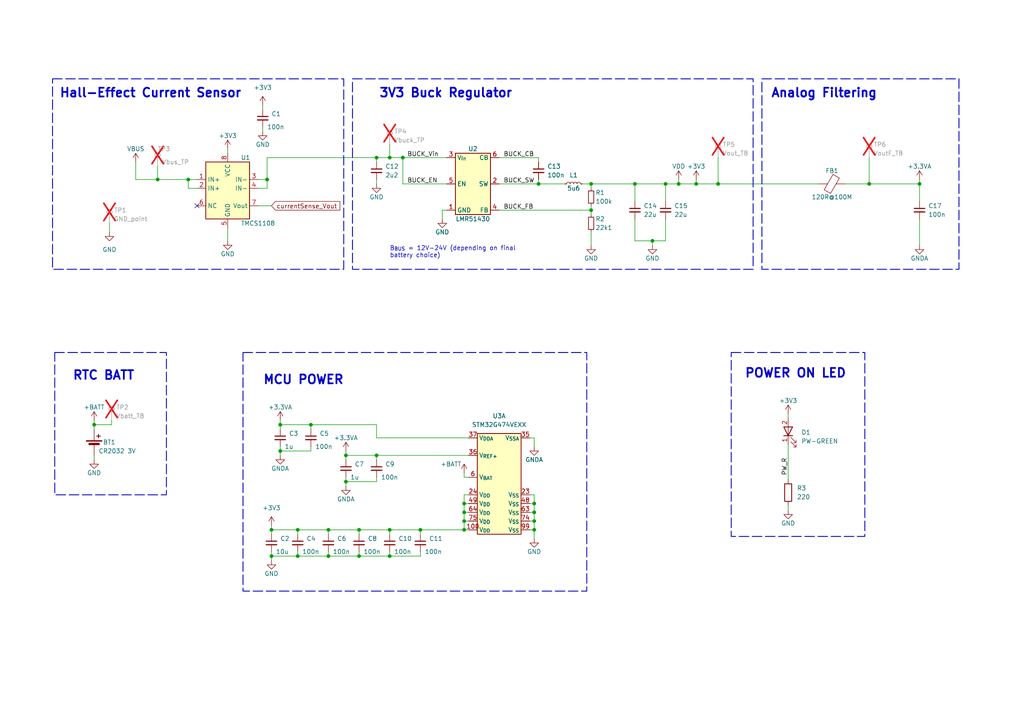
<source format=kicad_sch>
(kicad_sch (version 20231120) (generator "eeschema") (generator_version "8.0")
  (paper "A4")
  (title_block (title "Power - Daughter Board") (date "2023-12-08") (rev "1") (company "NYU FSAE") (comment 1 "Andres Bravo"))
  (lib_symbols
    (symbol "Connector:TestPoint" (pin_numbers hide) (pin_names (offset 0.762) hide)
      (property "Reference" "TP" (at 0 6.858 0))
      (property "Value" "TestPoint" (at 0 5.08 0))
      (symbol "TestPoint_0_1"
        (circle (center 0 3.302) (radius 0.762))
      )
      (symbol "TestPoint_1_1"
        (pin passive line (at 0 0 90) (length 2.54) (name "1") (number "1"))
      )
    )
    (symbol "Device:Battery_Cell" (pin_numbers hide) (pin_names (offset 0) hide)
      (property "Reference" "BT" (at 2.54 2.54 0))
      (property "Value" "Battery_Cell" (at 2.54 0 0))
      (symbol "Battery_Cell_0_1"
        (rectangle (start -2.286 1.778) (end 2.286 1.524) (fill (type outline)))
        (rectangle (start -1.524 1.016) (end 1.524 0.508) (fill (type outline)))
        (polyline (pts (xy 0 0.762) (xy 0 0)))
        (polyline (pts (xy 0 1.778) (xy 0 2.54)))
        (polyline (pts (xy 0.762 3.048) (xy 1.778 3.048)) (stroke (width 0.254)))
        (polyline (pts (xy 1.27 3.556) (xy 1.27 2.54)) (stroke (width 0.254)))
      )
      (symbol "Battery_Cell_1_1"
        (pin passive line (at 0 5.08 270) (length 2.54) (name "+") (number "1"))
        (pin passive line (at 0 -2.54 90) (length 2.54) (name "-") (number "2"))
      )
    )
    (symbol "Device:C_Small" (pin_numbers hide) (pin_names (offset 0.254) hide)
      (property "Reference" "C" (at 0.254 1.778 0))
      (property "Value" "C_Small" (at 0.254 -2.032 0))
      (symbol "C_Small_0_1"
        (polyline (pts (xy -1.524 -0.508) (xy 1.524 -0.508)) (stroke (width 0.3302)))
        (polyline (pts (xy -1.524 0.508) (xy 1.524 0.508)) (stroke (width 0.3048)))
      )
      (symbol "C_Small_1_1"
        (pin passive line (at 0 2.54 270) (length 2.032) (name "~") (number "1"))
        (pin passive line (at 0 -2.54 90) (length 2.032) (name "~") (number "2"))
      )
    )
    (symbol "Device:FerriteBead" (pin_numbers hide) (pin_names (offset 0))
      (property "Reference" "FB" (at -3.81 0.635 90))
      (property "Value" "FerriteBead" (at 3.81 0 90))
      (symbol "FerriteBead_0_1"
        (polyline (pts (xy 0 -1.27) (xy 0 -1.2192)))
        (polyline (pts (xy 0 1.27) (xy 0 1.2954)))
        (polyline (pts (xy -2.7686 0.4064) (xy -1.7018 2.2606) (xy 2.7686 -0.3048) (xy 1.6764 -2.159) (xy -2.7686 0.4064)))
      )
      (symbol "FerriteBead_1_1"
        (pin passive line (at 0 3.81 270) (length 2.54) (name "~") (number "1"))
        (pin passive line (at 0 -3.81 90) (length 2.54) (name "~") (number "2"))
      )
    )
    (symbol "Device:LED" (pin_names (offset 1.016) hide)
      (property "Reference" "D" (at 0 2.54 0))
      (property "Value" "LED" (at 0 -2.54 0))
      (symbol "LED_0_1"
        (polyline (pts (xy -1.27 -1.27) (xy -1.27 1.27)) (stroke (width 0.254)))
        (polyline (pts (xy -1.27 0) (xy 1.27 0)))
        (polyline (pts (xy 1.27 -1.27) (xy 1.27 1.27) (xy -1.27 0) (xy 1.27 -1.27)) (stroke (width 0.254)))
        (polyline (pts (xy -3.048 -0.762) (xy -4.572 -2.286) (xy -3.81 -2.286) (xy -4.572 -2.286) (xy -4.572 -1.524)))
        (polyline (pts (xy -1.778 -0.762) (xy -3.302 -2.286) (xy -2.54 -2.286) (xy -3.302 -2.286) (xy -3.302 -1.524)))
      )
      (symbol "LED_1_1"
        (pin passive line (at -3.81 0 0) (length 2.54) (name "K") (number "1"))
        (pin passive line (at 3.81 0 180) (length 2.54) (name "A") (number "2"))
      )
    )
    (symbol "Device:L_Small" (pin_numbers hide) (pin_names (offset 0.254) hide)
      (property "Reference" "L" (at 0.762 1.016 0))
      (property "Value" "L_Small" (at 0.762 -1.016 0))
      (symbol "L_Small_0_1"
        (arc (start 0 -2.032) (mid 0.5058 -1.524) (end 0 -1.016))
        (arc (start 0 -1.016) (mid 0.5058 -0.508) (end 0 0))
        (arc (start 0 0) (mid 0.5058 0.508) (end 0 1.016))
        (arc (start 0 1.016) (mid 0.5058 1.524) (end 0 2.032))
      )
      (symbol "L_Small_1_1"
        (pin passive line (at 0 2.54 270) (length 0.508) (name "~") (number "1"))
        (pin passive line (at 0 -2.54 90) (length 0.508) (name "~") (number "2"))
      )
    )
    (symbol "Device:R" (pin_numbers hide) (pin_names (offset 0))
      (property "Reference" "R" (at 2.032 0 90))
      (property "Value" "R" (at 0 0 90))
      (symbol "R_0_1"
        (rectangle (start -1.016 -2.54) (end 1.016 2.54) (stroke (width 0.254)))
      )
      (symbol "R_1_1"
        (pin passive line (at 0 3.81 270) (length 1.27) (name "~") (number "1"))
        (pin passive line (at 0 -3.81 90) (length 1.27) (name "~") (number "2"))
      )
    )
    (symbol "Device:R_Small" (pin_numbers hide) (pin_names (offset 0.254) hide)
      (property "Reference" "R" (at 0.762 0.508 0))
      (property "Value" "R_Small" (at 0.762 -1.016 0))
      (symbol "R_Small_0_1"
        (rectangle (start -0.762 1.778) (end 0.762 -1.778) (stroke (width 0.2032)))
      )
      (symbol "R_Small_1_1"
        (pin passive line (at 0 2.54 270) (length 0.762) (name "~") (number "1"))
        (pin passive line (at 0 -2.54 90) (length 0.762) (name "~") (number "2"))
      )
    )
    (symbol "TMCS1108_1"
      (property "Reference" "U" (at 3.81 11.43 0))
      (property "Value" "TMCS1108" (at 6.35 -7.62 0))
      (symbol "TMCS1108_1_1_1"
        (rectangle (start -6.35 10.16) (end 6.35 -6.35) (stroke (width 0.254)) (fill (type background)))
        (pin input line (at -8.89 5.08 0) (length 2.54) (name "IN+") (number "1"))
        (pin input line (at -8.89 2.54 0) (length 2.54) (name "IN+") (number "2"))
        (pin input line (at 8.89 5.08 180) (length 2.54) (name "IN-") (number "3"))
        (pin input line (at 8.89 2.54 180) (length 2.54) (name "IN-") (number "4"))
        (pin input line (at 0 -8.89 90) (length 2.54) (name "GND") (number "5"))
        (pin input line (at -8.89 -2.54 0) (length 2.54) (name "NC") (number "6"))
        (pin input line (at 8.89 -2.54 180) (length 2.54) (name "Vout") (number "7"))
        (pin input line (at 0 12.7 270) (length 2.54) (name "VCC") (number "8"))
      )
    )
    (symbol "additional_lib:LMR51430"
      (property "Reference" "U" (at 0 10.16 0))
      (property "Value" "LMR51430" (at 0 -10.16 0))
      (symbol "LMR51430_1_1"
        (rectangle (start -5.08 8.89) (end 5.08 -8.89) (stroke (width 0.254)) (fill (type background)))
        (pin input line (at -7.62 -7.62 0) (length 2.54) (name "GND") (number "1"))
        (pin input line (at 7.62 0 180) (length 2.54) (name "SW") (number "2"))
        (pin input line (at -7.62 7.62 0) (length 2.54) (name "V_{in}") (number "3"))
        (pin input line (at 7.62 -7.62 180) (length 2.54) (name "FB") (number "4"))
        (pin input line (at -7.62 0 0) (length 2.54) (name "EN") (number "5"))
        (pin input line (at 7.62 7.62 180) (length 2.54) (name "CB") (number "6"))
      )
    )
    (symbol "additional_lib:STM32G474VEXX"
      (property "Reference" "U" (at 0 64.77 0))
      (property "Value" "STM32G474VEXX" (at 0 -64.77 0))
      (symbol "STM32G474VEXX_1_1"
        (rectangle (start -6.35 16.51) (end 6.35 -12.7) (stroke (width 0.254)) (fill (type background)))
        (pin power_in line (at -8.89 -11.43 0) (length 2.54) (name "V_{DD}") (number "100"))
        (pin power_in line (at 8.89 -1.27 180) (length 2.54) (name "V_{SS}") (number "23"))
        (pin power_in line (at -8.89 -1.27 0) (length 2.54) (name "V_{DD}") (number "24"))
        (pin power_in line (at 8.89 15.24 180) (length 2.54) (name "V_{SSA}") (number "35"))
        (pin power_in line (at -8.89 10.16 0) (length 2.54) (name "V_{REF+}") (number "36"))
        (pin power_in line (at -8.89 15.24 0) (length 2.54) (name "V_{DDA}") (number "37"))
        (pin power_in line (at 8.89 -3.81 180) (length 2.54) (name "V_{SS}") (number "48"))
        (pin power_in line (at -8.89 -3.81 0) (length 2.54) (name "V_{DD}") (number "49"))
        (pin power_in line (at -8.89 3.81 0) (length 2.54) (name "V_{BAT}") (number "6"))
        (pin power_in line (at 8.89 -6.35 180) (length 2.54) (name "V_{SS}") (number "63"))
        (pin power_in line (at -8.89 -6.35 0) (length 2.54) (name "V_{DD}") (number "64"))
        (pin power_in line (at 8.89 -8.89 180) (length 2.54) (name "V_{SS}") (number "74"))
        (pin power_in line (at -8.89 -8.89 0) (length 2.54) (name "V_{DD}") (number "75"))
        (pin power_in line (at 8.89 -11.43 180) (length 2.54) (name "V_{SS}") (number "99"))
      )
      (symbol "STM32G474VEXX_2_1"
        (rectangle (start -17.78 63.5) (end 17.78 -62.23) (stroke (width 0.254)) (fill (type background)))
        (pin power_in line (at 20.32 15.24 180) (length 2.54) (name "PE2") (number "1"))
        (pin bidirectional line (at -20.32 29.21 0) (length 2.54) (name "PF9") (number "10"))
        (pin bidirectional line (at -20.32 26.67 0) (length 2.54) (name "PF10") (number "11"))
        (pin bidirectional line (at -20.32 59.69 0) (length 2.54) (name "PF0-OSC_IN") (number "12"))
        (pin bidirectional line (at -20.32 57.15 0) (length 2.54) (name "PF1-OSC_OUT") (number "13"))
        (pin bidirectional line (at -20.32 36.83 0) (length 2.54) (name "PG10-NRST") (number "14"))
        (pin power_in line (at 20.32 59.69 180) (length 2.54) (name "PC0") (number "15"))
        (pin power_in line (at 20.32 57.15 180) (length 2.54) (name "PC1") (number "16"))
        (pin power_in line (at 20.32 54.61 180) (length 2.54) (name "PC2") (number "17"))
        (pin power_in line (at 20.32 52.07 180) (length 2.54) (name "PC3") (number "18"))
        (pin bidirectional line (at -20.32 31.75 0) (length 2.54) (name "PF2") (number "19"))
        (pin power_in line (at 20.32 12.7 180) (length 2.54) (name "PE3") (number "2"))
        (pin power_in line (at -20.32 20.32 0) (length 2.54) (name "PA0") (number "20"))
        (pin bidirectional line (at -20.32 17.78 0) (length 2.54) (name "PA1") (number "21"))
        (pin bidirectional line (at -20.32 15.24 0) (length 2.54) (name "PA2") (number "22"))
        (pin bidirectional line (at -20.32 12.7 0) (length 2.54) (name "PA3") (number "25"))
        (pin bidirectional line (at -20.32 10.16 0) (length 2.54) (name "PA4") (number "26"))
        (pin bidirectional line (at -20.32 7.62 0) (length 2.54) (name "PA5") (number "27"))
        (pin bidirectional line (at -20.32 5.08 0) (length 2.54) (name "PA6") (number "28"))
        (pin bidirectional line (at -20.32 2.54 0) (length 2.54) (name "PA7") (number "29"))
        (pin power_in line (at 20.32 10.16 180) (length 2.54) (name "PE4") (number "3"))
        (pin power_in line (at 20.32 49.53 180) (length 2.54) (name "PC4") (number "30"))
        (pin power_in line (at 20.32 46.99 180) (length 2.54) (name "PC5") (number "31"))
        (pin bidirectional line (at -20.32 -22.86 0) (length 2.54) (name "PB0") (number "32"))
        (pin bidirectional line (at -20.32 -25.4 0) (length 2.54) (name "PB1") (number "33"))
        (pin bidirectional line (at -20.32 -27.94 0) (length 2.54) (name "PB2") (number "34"))
        (pin power_in line (at 20.32 2.54 180) (length 2.54) (name "PE7") (number "38"))
        (pin power_in line (at 20.32 0 180) (length 2.54) (name "PE8") (number "39"))
        (pin power_in line (at 20.32 7.62 180) (length 2.54) (name "PE5") (number "4"))
        (pin power_in line (at 20.32 -2.54 180) (length 2.54) (name "PE9") (number "40"))
        (pin power_in line (at 20.32 -5.08 180) (length 2.54) (name "PE10") (number "41"))
        (pin power_in line (at 20.32 -7.62 180) (length 2.54) (name "PE11") (number "42"))
        (pin power_in line (at 20.32 -10.16 180) (length 2.54) (name "PE12") (number "43"))
        (pin power_in line (at 20.3185 -12.7045 180) (length 2.54) (name "PE13") (number "44"))
        (pin power_in line (at 20.32 -15.24 180) (length 2.54) (name "PE14") (number "45"))
        (pin power_in line (at 20.32 -17.78 180) (length 2.54) (name "PE15") (number "46"))
        (pin bidirectional line (at -20.32 -45.72 0) (length 2.54) (name "PB10") (number "47"))
        (pin power_in line (at 20.32 5.08 180) (length 2.54) (name "PE6") (number "5"))
        (pin bidirectional line (at -20.32 -48.26 0) (length 2.54) (name "PB11") (number "50"))
        (pin bidirectional line (at -20.32 -50.8 0) (length 2.54) (name "PB12") (number "51"))
        (pin bidirectional line (at -20.32 -53.34 0) (length 2.54) (name "PB13") (number "52"))
        (pin bidirectional line (at -20.32 -55.88 0) (length 2.54) (name "PB14") (number "53"))
        (pin bidirectional line (at -20.32 -58.42 0) (length 2.54) (name "PB15") (number "54"))
        (pin bidirectional line (at 20.32 -43.18 180) (length 2.54) (name "PD8") (number "55"))
        (pin bidirectional line (at 20.32 -45.72 180) (length 2.54) (name "PD9") (number "56"))
        (pin bidirectional line (at 20.32 -48.26 180) (length 2.54) (name "PD10") (number "57"))
        (pin bidirectional line (at 20.32 -50.8 180) (length 2.54) (name "PD11") (number "58"))
        (pin bidirectional line (at 20.32 -53.34 180) (length 2.54) (name "PD12") (number "59"))
        (pin bidirectional line (at 20.32 -55.88 180) (length 2.54) (name "PD13") (number "60"))
        (pin bidirectional line (at 20.32 -58.42 180) (length 2.54) (name "PD14") (number "61"))
        (pin bidirectional line (at 20.32 -60.96 180) (length 2.54) (name "PD15") (number "62"))
        (pin power_in line (at 20.32 44.45 180) (length 2.54) (name "PC6") (number "65"))
        (pin power_in line (at 20.32 41.91 180) (length 2.54) (name "PC7") (number "66"))
        (pin power_in line (at 20.32 39.37 180) (length 2.54) (name "PC8") (number "67"))
        (pin power_in line (at 20.32 36.83 180) (length 2.54) (name "PC9") (number "68"))
        (pin bidirectional line (at -20.32 0 0) (length 2.54) (name "PA8") (number "69"))
        (pin power_in line (at 20.32 26.67 180) (length 2.54) (name "PC13") (number "7"))
        (pin bidirectional line (at -20.32 -2.54 0) (length 2.54) (name "PA9") (number "70"))
        (pin bidirectional line (at -20.32 -5.08 0) (length 2.54) (name "PA10") (number "71"))
        (pin bidirectional line (at -20.32 -7.62 0) (length 2.54) (name "PA11") (number "72"))
        (pin bidirectional line (at -20.32 -10.16 0) (length 2.54) (name "PA12") (number "73"))
        (pin bidirectional line (at -20.32 -12.7 0) (length 2.54) (name "PA13") (number "76"))
        (pin bidirectional line (at -20.32 -15.24 0) (length 2.54) (name "PA14") (number "77"))
        (pin bidirectional line (at -20.32 -17.78 0) (length 2.54) (name "PA15") (number "78"))
        (pin power_in line (at 20.32 34.29 180) (length 2.54) (name "PC10") (number "79"))
        (pin power_in line (at -20.32 46.99 0) (length 2.54) (name "PC14-OSC32_IN") (number "8"))
        (pin power_in line (at 20.32 31.75 180) (length 2.54) (name "PC11") (number "80"))
        (pin power_in line (at 20.32 29.21 180) (length 2.54) (name "PC12") (number "81"))
        (pin bidirectional line (at 20.32 -22.86 180) (length 2.54) (name "PD0") (number "82"))
        (pin bidirectional line (at 20.32 -25.4 180) (length 2.54) (name "PD1") (number "83"))
        (pin bidirectional line (at 20.32 -27.94 180) (length 2.54) (name "PD2") (number "84"))
        (pin bidirectional line (at 20.32 -30.48 180) (length 2.54) (name "PD3") (number "85"))
        (pin bidirectional line (at 20.32 -33.02 180) (length 2.54) (name "PD4") (number "86"))
        (pin bidirectional line (at 20.32 -35.56 180) (length 2.54) (name "PD5") (number "87"))
        (pin bidirectional line (at 20.32 -38.1 180) (length 2.54) (name "PD6") (number "88"))
        (pin bidirectional line (at 20.32 -40.64 180) (length 2.54) (name "PD7") (number "89"))
        (pin power_in line (at -20.32 49.53 0) (length 2.54) (name "PC15-OSC32_OUT") (number "9"))
        (pin bidirectional line (at -20.32 -30.48 0) (length 2.54) (name "PB3") (number "90"))
        (pin bidirectional line (at -20.32 -33.02 0) (length 2.54) (name "PB4") (number "91"))
        (pin bidirectional line (at -20.32 -35.56 0) (length 2.54) (name "PB5") (number "92"))
        (pin bidirectional line (at -20.32 -38.1 0) (length 2.54) (name "PB6") (number "93"))
        (pin bidirectional line (at -20.32 -40.64 0) (length 2.54) (name "PB7") (number "94"))
        (pin bidirectional line (at -20.32 39.37 0) (length 2.54) (name "PB8-BOOT0") (number "95"))
        (pin bidirectional line (at -20.32 -43.18 0) (length 2.54) (name "PB9") (number "96"))
        (pin power_in line (at 20.32 20.32 180) (length 2.54) (name "PE0") (number "97"))
        (pin power_in line (at 20.32 17.78 180) (length 2.54) (name "PE1") (number "98"))
      )
    )
    (symbol "power:+3.3VA" (power) (pin_names (offset 0))
      (property "Value" "+3.3VA" (at 0 3.556 0))
      (symbol "+3.3VA_0_1"
        (polyline (pts (xy -0.762 1.27) (xy 0 2.54)))
        (polyline (pts (xy 0 0) (xy 0 2.54)))
        (polyline (pts (xy 0 2.54) (xy 0.762 1.27)))
      )
      (symbol "+3.3VA_1_1"
        (pin power_in line (at 0 0 90) (length 0) hide (name "+3.3VA") (number "1"))
      )
    )
    (symbol "power:+3V3" (power) (pin_names (offset 0))
      (property "Value" "+3V3" (at 0 3.556 0))
      (symbol "+3V3_0_1"
        (polyline (pts (xy -0.762 1.27) (xy 0 2.54)))
        (polyline (pts (xy 0 0) (xy 0 2.54)))
        (polyline (pts (xy 0 2.54) (xy 0.762 1.27)))
      )
      (symbol "+3V3_1_1"
        (pin power_in line (at 0 0 90) (length 0) hide (name "+3V3") (number "1"))
      )
    )
    (symbol "power:+BATT" (power) (pin_names (offset 0))
      (property "Value" "+BATT" (at 0 3.556 0))
      (symbol "+BATT_0_1"
        (polyline (pts (xy -0.762 1.27) (xy 0 2.54)))
        (polyline (pts (xy 0 0) (xy 0 2.54)))
        (polyline (pts (xy 0 2.54) (xy 0.762 1.27)))
      )
      (symbol "+BATT_1_1"
        (pin power_in line (at 0 0 90) (length 0) hide (name "+BATT") (number "1"))
      )
    )
    (symbol "power:GND" (power) (pin_names (offset 0))
      (property "Value" "GND" (at 0 -3.81 0))
      (symbol "GND_0_1"
        (polyline (pts (xy 0 0) (xy 0 -1.27) (xy 1.27 -1.27) (xy 0 -2.54) (xy -1.27 -1.27) (xy 0 -1.27)))
      )
      (symbol "GND_1_1"
        (pin power_in line (at 0 0 270) (length 0) hide (name "GND") (number "1"))
      )
    )
    (symbol "power:GNDA" (power) (pin_names (offset 0))
      (property "Value" "GNDA" (at 0 -3.81 0))
      (symbol "GNDA_0_1"
        (polyline (pts (xy 0 0) (xy 0 -1.27) (xy 1.27 -1.27) (xy 0 -2.54) (xy -1.27 -1.27) (xy 0 -1.27)))
      )
      (symbol "GNDA_1_1"
        (pin power_in line (at 0 0 270) (length 0) hide (name "GNDA") (number "1"))
      )
    )
    (symbol "power:VBUS" (power) (pin_names (offset 0))
      (property "Value" "VBUS" (at 0 3.81 0))
      (symbol "VBUS_0_1"
        (polyline (pts (xy -0.762 1.27) (xy 0 2.54)))
        (polyline (pts (xy 0 0) (xy 0 2.54)))
        (polyline (pts (xy 0 2.54) (xy 0.762 1.27)))
      )
      (symbol "VBUS_1_1"
        (pin power_in line (at 0 0 90) (length 0) hide (name "VBUS") (number "1"))
      )
    )
    (symbol "power:VDD" (power) (pin_names (offset 0))
      (property "Value" "VDD" (at 0 3.81 0))
      (symbol "VDD_0_1"
        (polyline (pts (xy -0.762 1.27) (xy 0 2.54)))
        (polyline (pts (xy 0 0) (xy 0 2.54)))
        (polyline (pts (xy 0 2.54) (xy 0.762 1.27)))
      )
      (symbol "VDD_1_1"
        (pin power_in line (at 0 0 90) (length 0) hide (name "VDD") (number "1"))
      )
    )
  )
  (junction (at 154.94 148.59))
  (junction (at 45.72 52.07))
  (junction (at 113.03 45.72))
  (junction (at 100.33 139.7))
  (junction (at 154.94 153.67))
  (junction (at 201.93 53.34))
  (junction (at 193.04 53.34))
  (junction (at 134.62 146.05))
  (junction (at 121.92 153.67))
  (junction (at 154.94 151.13))
  (junction (at 104.14 161.29))
  (junction (at 27.305 123.19))
  (junction (at 78.74 153.67))
  (junction (at 116.84 45.72))
  (junction (at 113.03 153.67))
  (junction (at 266.7 53.34))
  (junction (at 95.25 153.67))
  (junction (at 95.25 161.29))
  (junction (at 77.47 52.07))
  (junction (at 100.33 132.08))
  (junction (at 86.36 161.29))
  (junction (at 81.28 123.19))
  (junction (at 171.45 53.34))
  (junction (at 189.23 69.85))
  (junction (at 81.28 130.81))
  (junction (at 54.61 52.07))
  (junction (at 208.28 53.34))
  (junction (at 154.94 146.05))
  (junction (at 196.85 53.34))
  (junction (at 78.74 161.29))
  (junction (at 109.22 45.72))
  (junction (at 109.22 132.08))
  (junction (at 90.17 123.19))
  (junction (at 134.62 148.59))
  (junction (at 134.62 153.67))
  (junction (at 104.14 153.67))
  (junction (at 184.15 53.34))
  (junction (at 86.36 153.67))
  (junction (at 134.62 151.13))
  (junction (at 113.03 161.29))
  (junction (at 171.45 60.96))
  (junction (at 156.21 53.34))
  (junction (at 252.095 53.34))
  (no_connect (at 57.15 59.69))
  (wire (pts (xy 193.04 63.5) (xy 193.04 69.85)))
  (wire (pts (xy 104.14 153.67) (xy 104.14 154.94)))
  (wire (pts (xy 76.2 36.83) (xy 76.2 38.1)))
  (wire (pts (xy 196.85 53.34) (xy 201.93 53.34)))
  (wire (pts (xy 121.92 161.29) (xy 121.92 160.02)))
  (wire (pts (xy 95.25 153.67) (xy 104.14 153.67)))
  (wire (pts (xy 81.28 124.46) (xy 81.28 123.19)))
  (wire (pts (xy 86.36 161.29) (xy 95.25 161.29)))
  (wire (pts (xy 153.67 153.67) (xy 154.94 153.67)))
  (wire (pts (xy 156.21 53.34) (xy 163.83 53.34)))
  (wire (pts (xy 104.14 161.29) (xy 113.03 161.29)))
  (wire (pts (xy 252.095 53.34) (xy 245.11 53.34)))
  (wire (pts (xy 134.62 151.13) (xy 134.62 148.59)))
  (wire (pts (xy 113.03 153.67) (xy 121.92 153.67)))
  (wire (pts (xy 113.03 45.72) (xy 116.84 45.72)))
  (wire (pts (xy 154.94 146.05) (xy 154.94 148.59)))
  (wire (pts (xy 196.85 53.34) (xy 196.85 52.07)))
  (wire (pts (xy 78.74 154.94) (xy 78.74 153.67)))
  (wire (pts (xy 81.28 132.08) (xy 81.28 130.81)))
  (wire (pts (xy 153.67 151.13) (xy 154.94 151.13)))
  (wire (pts (xy 156.21 53.34) (xy 156.21 52.07)))
  (wire (pts (xy 78.74 160.02) (xy 78.74 161.29)))
  (wire (pts (xy 81.28 123.19) (xy 90.17 123.19)))
  (wire (pts (xy 74.93 59.69) (xy 78.74 59.69)))
  (wire (pts (xy 45.72 52.07) (xy 54.61 52.07)))
  (wire (pts (xy 109.22 52.07) (xy 109.22 53.34)))
  (wire (pts (xy 54.61 54.61) (xy 54.61 52.07)))
  (wire (pts (xy 116.84 45.72) (xy 129.54 45.72)))
  (wire (pts (xy 90.17 123.19) (xy 90.17 124.46)))
  (wire (pts (xy 266.7 53.34) (xy 266.7 58.42)))
  (wire (pts (xy 39.37 46.99) (xy 39.37 52.07)))
  (wire (pts (xy 201.93 52.07) (xy 201.93 53.34)))
  (wire (pts (xy 116.84 53.34) (xy 129.54 53.34)))
  (wire (pts (xy 154.94 127) (xy 154.94 129.54)))
  (wire (pts (xy 193.04 58.42) (xy 193.04 53.34)))
  (wire (pts (xy 134.62 146.05) (xy 134.62 143.51)))
  (wire (pts (xy 128.27 63.5) (xy 128.27 60.96)))
  (wire (pts (xy 193.04 69.85) (xy 189.23 69.85)))
  (wire (pts (xy 134.62 143.51) (xy 135.89 143.51)))
  (wire (pts (xy 134.62 146.05) (xy 134.62 148.59)))
  (wire (pts (xy 104.14 153.67) (xy 113.03 153.67)))
  (wire (pts (xy 184.15 53.34) (xy 193.04 53.34)))
  (wire (pts (xy 135.89 153.67) (xy 134.62 153.67)))
  (wire (pts (xy 27.305 123.19) (xy 27.305 121.92)))
  (wire (pts (xy 171.45 59.69) (xy 171.45 60.96)))
  (wire (pts (xy 153.67 146.05) (xy 154.94 146.05)))
  (wire (pts (xy 144.78 45.72) (xy 156.21 45.72)))
  (wire (pts (xy 109.22 133.35) (xy 109.22 132.08)))
  (wire (pts (xy 109.22 139.7) (xy 109.22 138.43)))
  (wire (pts (xy 27.305 132.08) (xy 27.305 133.35)))
  (wire (pts (xy 208.28 45.72) (xy 208.28 53.34)))
  (wire (pts (xy 113.03 160.02) (xy 113.03 161.29)))
  (wire (pts (xy 266.7 63.5) (xy 266.7 71.12)))
  (wire (pts (xy 228.6 146.685) (xy 228.6 147.955)))
  (wire (pts (xy 86.36 153.67) (xy 86.36 154.94)))
  (wire (pts (xy 74.93 54.61) (xy 77.47 54.61)))
  (wire (pts (xy 78.74 161.29) (xy 86.36 161.29)))
  (wire (pts (xy 228.6 128.905) (xy 228.6 139.065)))
  (wire (pts (xy 45.72 48.26) (xy 45.72 52.07)))
  (wire (pts (xy 104.14 160.02) (xy 104.14 161.29)))
  (wire (pts (xy 27.305 123.19) (xy 27.305 124.46)))
  (wire (pts (xy 78.74 161.29) (xy 78.74 162.56)))
  (wire (pts (xy 208.28 53.34) (xy 237.49 53.34)))
  (wire (pts (xy 100.33 139.7) (xy 100.33 138.43)))
  (wire (pts (xy 154.94 143.51) (xy 154.94 146.05)))
  (wire (pts (xy 100.33 130.81) (xy 100.33 132.08)))
  (wire (pts (xy 77.47 45.72) (xy 109.22 45.72)))
  (wire (pts (xy 168.91 53.34) (xy 171.45 53.34)))
  (wire (pts (xy 86.36 153.67) (xy 95.25 153.67)))
  (wire (pts (xy 77.47 52.07) (xy 77.47 45.72)))
  (wire (pts (xy 66.04 66.04) (xy 66.04 69.85)))
  (wire (pts (xy 76.2 30.48) (xy 76.2 31.75)))
  (wire (pts (xy 252.095 53.34) (xy 266.7 53.34)))
  (wire (pts (xy 228.6 120.015) (xy 228.6 121.285)))
  (wire (pts (xy 156.21 45.72) (xy 156.21 46.99)))
  (wire (pts (xy 57.15 54.61) (xy 54.61 54.61)))
  (wire (pts (xy 54.61 52.07) (xy 57.15 52.07)))
  (wire (pts (xy 134.62 138.43) (xy 135.89 138.43)))
  (wire (pts (xy 153.67 143.51) (xy 154.94 143.51)))
  (wire (pts (xy 193.04 53.34) (xy 196.85 53.34)))
  (wire (pts (xy 113.03 41.91) (xy 113.03 45.72)))
  (wire (pts (xy 266.7 52.07) (xy 266.7 53.34)))
  (wire (pts (xy 113.03 161.29) (xy 121.92 161.29)))
  (wire (pts (xy 78.74 152.4) (xy 78.74 153.67)))
  (wire (pts (xy 121.92 153.67) (xy 134.62 153.67)))
  (wire (pts (xy 135.89 146.05) (xy 134.62 146.05)))
  (wire (pts (xy 135.89 148.59) (xy 134.62 148.59)))
  (wire (pts (xy 128.27 60.96) (xy 129.54 60.96)))
  (wire (pts (xy 109.22 132.08) (xy 135.89 132.08)))
  (wire (pts (xy 86.36 160.02) (xy 86.36 161.29)))
  (wire (pts (xy 135.89 151.13) (xy 134.62 151.13)))
  (wire (pts (xy 116.84 45.72) (xy 116.84 53.34)))
  (wire (pts (xy 134.62 153.67) (xy 134.62 151.13)))
  (wire (pts (xy 81.28 121.92) (xy 81.28 123.19)))
  (wire (pts (xy 184.15 63.5) (xy 184.15 69.85)))
  (wire (pts (xy 95.25 161.29) (xy 104.14 161.29)))
  (wire (pts (xy 81.28 130.81) (xy 90.17 130.81)))
  (wire (pts (xy 81.28 129.54) (xy 81.28 130.81)))
  (wire (pts (xy 31.75 64.77) (xy 31.75 67.31)))
  (wire (pts (xy 252.095 45.72) (xy 252.095 53.34)))
  (wire (pts (xy 171.45 67.31) (xy 171.45 71.12)))
  (wire (pts (xy 201.93 53.34) (xy 208.28 53.34)))
  (wire (pts (xy 90.17 123.19) (xy 109.22 123.19)))
  (wire (pts (xy 134.62 137.16) (xy 134.62 138.43)))
  (wire (pts (xy 153.67 127) (xy 154.94 127)))
  (wire (pts (xy 171.45 53.34) (xy 171.45 54.61)))
  (wire (pts (xy 78.74 153.67) (xy 86.36 153.67)))
  (wire (pts (xy 154.94 148.59) (xy 154.94 151.13)))
  (wire (pts (xy 100.33 132.08) (xy 100.33 133.35)))
  (wire (pts (xy 144.78 53.34) (xy 156.21 53.34)))
  (wire (pts (xy 144.78 60.96) (xy 171.45 60.96)))
  (wire (pts (xy 171.45 60.96) (xy 171.45 62.23)))
  (wire (pts (xy 184.15 58.42) (xy 184.15 53.34)))
  (wire (pts (xy 100.33 139.7) (xy 100.33 140.97)))
  (wire (pts (xy 109.22 45.72) (xy 113.03 45.72)))
  (wire (pts (xy 153.67 148.59) (xy 154.94 148.59)))
  (wire (pts (xy 154.94 153.67) (xy 154.94 156.21)))
  (wire (pts (xy 77.47 54.61) (xy 77.47 52.07)))
  (wire (pts (xy 121.92 154.94) (xy 121.92 153.67)))
  (wire (pts (xy 100.33 139.7) (xy 109.22 139.7)))
  (wire (pts (xy 109.22 46.99) (xy 109.22 45.72)))
  (wire (pts (xy 189.23 69.85) (xy 184.15 69.85)))
  (wire (pts (xy 109.22 127) (xy 135.89 127)))
  (wire (pts (xy 100.33 132.08) (xy 109.22 132.08)))
  (wire (pts (xy 74.93 52.07) (xy 77.47 52.07)))
  (wire (pts (xy 27.305 123.19) (xy 32.385 123.19)))
  (wire (pts (xy 39.37 52.07) (xy 45.72 52.07)))
  (wire (pts (xy 184.15 53.34) (xy 171.45 53.34)))
  (wire (pts (xy 95.25 153.67) (xy 95.25 154.94)))
  (wire (pts (xy 90.17 130.81) (xy 90.17 129.54)))
  (wire (pts (xy 95.25 160.02) (xy 95.25 161.29)))
  (wire (pts (xy 189.23 69.85) (xy 189.23 71.12)))
  (wire (pts (xy 154.94 151.13) (xy 154.94 153.67)))
  (wire (pts (xy 113.03 153.67) (xy 113.03 154.94)))
  (wire (pts (xy 109.22 123.19) (xy 109.22 127)))
  (wire (pts (xy 66.04 43.18) (xy 66.04 44.45)))
  (wire (pts (xy 32.385 123.19) (xy 32.385 121.92)))
  (rectangle (start 220.98 22.86) (end 278.13 78.105) (stroke (width 0.254) (type dash)))
  (rectangle (start 15.24 22.86) (end 99.695 78.105) (stroke (width 0.254) (type dash)))
  (rectangle (start 102.235 22.86) (end 218.44 78.105) (stroke (width 0.254) (type dash)))
  (rectangle (start 212.09 102.235) (end 250.825 155.575) (stroke (width 0.254) (type dash)))
  (rectangle (start 70.485 102.235) (end 170.18 171.45) (stroke (width 0.254) (type dash)))
  (rectangle (start 15.875 102.235) (end 48.26 143.51) (stroke (width 0.254) (type dash)))
  (text "3V3 Buck Regulator" (at 109.855 28.575 0) (effects (font (size 2.54 2.54) (bold yes)) (justify left bottom)))
  (text "RTC BATT" (at 20.955 110.49 0) (effects (font (size 2.54 2.54) (bold yes)) (justify left bottom)))
  (text "MCU POWER" (at 76.2 111.76 0) (effects (font (size 2.54 2.54) (thickness 0.508) (bold yes)) (justify left bottom)))
  (text "Hall-Effect Current Sensor" (at 17.145 28.575 0) (effects (font (size 2.54 2.54) (bold yes)) (justify left bottom)))
  (text "Analog Filtering" (at 223.52 28.575 0) (effects (font (size 2.54 2.54) (bold yes)) (justify left bottom)))
  (text "POWER ON LED" (at 215.9 109.855 0) (effects (font (size 2.54 2.54) (bold yes)) (justify left bottom)))
  (text "B_{BUS} = 12V-24V (depending on final\nbattery choice)" (at 113.03 74.93 0) (effects (font (size 1.27 1.27)) (justify left bottom)))
  (label "BUCK_CB" (at 146.05 45.72 0))
  (label "BUCK_FB" (at 146.05 60.96 0))
  (label "BUCK_SW" (at 146.05 53.34 0))
  (label "BUCK_Vin" (at 118.11 45.72 0))
  (label "PW_R" (at 228.6 132.715 270))
  (label "BUCK_EN" (at 118.11 53.34 0))
  (global_label "currentSense_Vout" (shape input) (at 78.74 59.69 0) (property "Intersheetrefs" "${INTERSHEET_REFS}" (effects (hide yes))))
  (symbol (lib_id "Device:R") (at 228.6 142.875 0) (unit 1)
    (property "Reference" "R3" (at 231.14 141.605 0) (effects (justify left)))
    (property "Value" "220" (at 231.14 144.145 0) (effects (justify left)))
    (property "Footprint" "Resistor_SMD:R_0402_1005Metric" (effects (hide yes)))
    (property "Digikey" "1292-WR04X2200FTLCT-ND" (effects (hide yes)))
    (property "Name" "WR04X2200FTL" (effects (hide yes)))
  )
  (symbol (lib_id "Device:C_Small") (at 81.28 127 0) (unit 1)
    (property "Reference" "C3" (at 83.82 125.7363 0) (effects (justify left)))
    (property "Value" "1u" (at 82.55 129.54 0) (effects (justify left)))
    (property "Footprint" "Capacitor_SMD:C_0402_1005Metric" (effects (hide yes)))
    (property "Digikey" "490-13339-1-ND" (effects (hide yes)))
    (property "Name" "GRM155R70J105KA12J" (effects (hide yes)))
  )
  (symbol (lib_id "power:VBUS") (at 39.37 46.99 0) (unit 1)
    (property "Reference" "#PWR0114" (effects (hide yes)))
    (property "Value" "VBUS" (at 39.37 43.18 0))
  )
  (symbol (lib_id "power:GNDA") (at 266.7 71.12 0) (unit 1)
    (property "Reference" "#PWR057" (effects (hide yes)))
    (property "Value" "GNDA" (at 266.7 74.93 0))
  )
  (symbol (lib_id "Device:R_Small") (at 171.45 57.15 0) (unit 1)
    (property "Reference" "R1" (at 172.72 55.88 0) (effects (justify left)))
    (property "Value" "100k" (at 172.72 58.42 0) (effects (justify left)))
    (property "Footprint" "Resistor_SMD:R_0402_1005Metric" (effects (hide yes)))
    (property "Digikey" "RMCF0402FT100KCT-ND" (effects (hide yes)))
    (property "Name" "RMCF0402FT100K" (effects (hide yes)))
  )
  (symbol (lib_id "power:+BATT") (at 134.62 137.16 0) (unit 1)
    (property "Reference" "#PWR05" (effects (hide yes)))
    (property "Value" "+BATT" (at 130.81 134.62 0))
  )
  (symbol (lib_id "power:GND") (at 154.94 156.21 0) (unit 1)
    (property "Reference" "#PWR0110" (effects (hide yes)))
    (property "Value" "GND" (at 154.94 160.02 0))
  )
  (symbol (lib_id "Connector:TestPoint") (at 45.72 48.26 0) (unit 1) (in_bom no) (dnp yes)
    (property "Reference" "TP3" (at 45.72 43.18 0) (effects (justify left)))
    (property "Value" "Vbus_TP" (at 46.99 46.99 0) (effects (justify left)))
    (property "Footprint" "TestPoint:TestPoint_Pad_D1.5mm" (effects (hide yes)))
  )
  (symbol (lib_id "power:+3V3") (at 66.04 43.18 0) (unit 1)
    (property "Reference" "#PWR07" (effects (hide yes)))
    (property "Value" "+3V3" (at 66.04 39.37 0))
  )
  (symbol (lib_id "Device:C_Small") (at 104.14 157.48 0) (unit 1)
    (property "Reference" "C8" (at 106.68 156.21 0) (effects (justify left)))
    (property "Value" "100n" (at 105.41 160.02 0) (effects (justify left)))
    (property "Footprint" "Capacitor_SMD:C_0201_0603Metric" (effects (hide yes)))
    (property "Digikey" "490-5405-1-ND" (effects (hide yes)))
    (property "Name" "GRM033R61A104ME15D" (effects (hide yes)))
  )
  (symbol (lib_id "Device:C_Small") (at 109.22 49.53 0) (unit 1)
    (property "Reference" "C12" (at 111.76 48.2663 0) (effects (justify left)))
    (property "Value" "2u2" (at 111.76 50.8063 0) (effects (justify left)))
    (property "Footprint" "Capacitor_SMD:C_0603_1608Metric" (effects (hide yes)))
    (property "Digikey" "587-2909-1-ND" (effects (hide yes)))
    (property "Name" "TMK107ABJ225KA-T" (effects (hide yes)))
  )
  (symbol (lib_id "power:GNDA") (at 100.33 140.97 0) (unit 1)
    (property "Reference" "#PWR0103" (effects (hide yes)))
    (property "Value" "GNDA" (at 100.33 144.78 0))
  )
  (symbol (lib_id "power:+3.3VA") (at 100.33 130.81 0) (unit 1)
    (property "Reference" "#PWR020" (effects (hide yes)))
    (property "Value" "+3.3VA" (at 100.33 127 0))
  )
  (symbol (lib_id "power:GND") (at 31.75 67.31 0) (unit 1)
    (property "Reference" "#PWR060" (effects (hide yes)))
    (property "Value" "GND" (at 31.75 72.39 0))
  )
  (symbol (lib_name "TMCS1108_1") (lib_id "additional_lib:TMCS1108") (at 66.04 57.15 0) (unit 1)
    (property "Reference" "U1" (at 69.85 45.72 0) (effects (justify left)))
    (property "Value" "TMCS1108" (at 69.85 64.77 0) (effects (justify left)))
    (property "Footprint" "Package_SO:SOIC-8_3.9x4.9mm_P1.27mm" (effects (hide yes)))
    (property "Digikey" "296-TMCS1108A3BQDRQ1CT-ND" (effects (hide yes)))
    (property "Name" "TMCS1108A3BQDRQ1" (effects (hide yes)))
  )
  (symbol (lib_id "additional_lib:LMR51430") (at 137.16 53.34 0) (unit 1)
    (property "Reference" "U2" (at 137.16 43.18 0))
    (property "Value" "LMR51430" (at 137.16 63.5 0))
    (property "Footprint" "Package_TO_SOT_SMD:SOT-23-6" (effects (hide yes)))
    (property "Digikey" "296-LMR51430XFDDCRCT-ND" (effects (hide yes)))
    (property "Name" "LMR51430XFDDCR" (effects (hide yes)))
  )
  (symbol (lib_id "Device:C_Small") (at 90.17 127 0) (unit 1)
    (property "Reference" "C5" (at 92.71 125.7363 0) (effects (justify left)))
    (property "Value" "100n" (at 91.44 129.54 0) (effects (justify left)))
    (property "Footprint" "Capacitor_SMD:C_0201_0603Metric" (effects (hide yes)))
    (property "Digikey" "490-5405-1-ND" (effects (hide yes)))
    (property "Name" "GRM033R61A104ME15D" (effects (hide yes)))
  )
  (symbol (lib_id "power:GND") (at 78.74 162.56 0) (unit 1)
    (property "Reference" "#PWR0101" (effects (hide yes)))
    (property "Value" "GND" (at 78.74 166.37 0))
  )
  (symbol (lib_id "Device:FerriteBead") (at 241.3 53.34 90) (unit 1)
    (property "Reference" "FB1" (at 241.3 49.53 90))
    (property "Value" "120R@100M" (at 241.3 57.15 90))
    (property "Footprint" "Resistor_SMD:R_0402_1005Metric" (effects (hide yes)))
    (property "Name" "BLM15AG121SN1D" (effects (hide yes)))
    (property "Digikey" "490-1005-1-ND" (effects (hide yes)))
  )
  (symbol (lib_id "Device:C_Small") (at 100.33 135.89 0) (unit 1)
    (property "Reference" "C7" (at 102.87 134.6263 0) (effects (justify left)))
    (property "Value" "1u" (at 101.6 138.43 0) (effects (justify left)))
    (property "Footprint" "Capacitor_SMD:C_0402_1005Metric" (effects (hide yes)))
    (property "Digikey" "490-13339-1-ND" (effects (hide yes)))
    (property "Name" "GRM155R70J105KA12J" (effects (hide yes)))
  )
  (symbol (lib_id "power:GND") (at 66.04 69.85 0) (unit 1)
    (property "Reference" "#PWR03" (effects (hide yes)))
    (property "Value" "GND" (at 66.04 73.66 0))
  )
  (symbol (lib_id "Connector:TestPoint") (at 32.385 121.92 0) (unit 1) (in_bom no) (dnp yes)
    (property "Reference" "TP2" (at 33.655 118.11 0) (effects (justify left)))
    (property "Value" "Vbatt_TB" (at 33.655 120.65 0) (effects (justify left)))
    (property "Footprint" "TestPoint:TestPoint_Pad_D1.5mm" (effects (hide yes)))
  )
  (symbol (lib_id "power:GND") (at 171.45 71.12 0) (unit 1)
    (property "Reference" "#PWR0107" (effects (hide yes)))
    (property "Value" "GND" (at 171.45 74.93 0))
  )
  (symbol (lib_id "Device:C_Small") (at 193.04 60.96 0) (unit 1)
    (property "Reference" "C15" (at 195.58 59.6963 0) (effects (justify left)))
    (property "Value" "22u" (at 195.58 62.2363 0) (effects (justify left)))
    (property "Footprint" "Capacitor_SMD:C_0603_1608Metric" (effects (hide yes)))
    (property "Digikey" "1276-1274-1-ND" (effects (hide yes)))
    (property "Name" "CL10A226MP8NUNE" (effects (hide yes)))
  )
  (symbol (lib_id "power:+3.3VA") (at 266.7 52.07 0) (unit 1)
    (property "Reference" "#PWR056" (effects (hide yes)))
    (property "Value" "+3.3VA" (at 266.7 48.26 0))
  )
  (symbol (lib_id "Device:C_Small") (at 121.92 157.48 0) (unit 1)
    (property "Reference" "C11" (at 124.46 156.21 0) (effects (justify left)))
    (property "Value" "100n" (at 123.19 160.02 0) (effects (justify left)))
    (property "Footprint" "Capacitor_SMD:C_0201_0603Metric" (effects (hide yes)))
    (property "Digikey" "490-5405-1-ND" (effects (hide yes)))
    (property "Name" "GRM033R61A104ME15D" (effects (hide yes)))
  )
  (symbol (lib_id "Device:C_Small") (at 266.7 60.96 0) (unit 1)
    (property "Reference" "C17" (at 269.24 59.6963 0) (effects (justify left)))
    (property "Value" "100n" (at 269.24 62.2363 0) (effects (justify left)))
    (property "Footprint" "Capacitor_SMD:C_0201_0603Metric" (effects (hide yes)))
    (property "Digikey" "490-5405-1-ND" (effects (hide yes)))
    (property "Name" "GRM033R61A104ME15D" (effects (hide yes)))
  )
  (symbol (lib_id "Connector:TestPoint") (at 113.03 41.91 0) (unit 1) (in_bom no) (dnp yes)
    (property "Reference" "TP4" (at 114.3 38.1 0) (effects (justify left)))
    (property "Value" "Vbuck_TP" (at 114.3 40.64 0) (effects (justify left)))
    (property "Footprint" "TestPoint:TestPoint_Pad_D1.5mm" (effects (hide yes)))
  )
  (symbol (lib_id "power:GND") (at 228.6 147.955 0) (unit 1)
    (property "Reference" "#PWR023" (effects (hide yes)))
    (property "Value" "GND" (at 228.6 151.765 0))
  )
  (symbol (lib_id "Connector:TestPoint") (at 208.28 45.72 0) (unit 1) (in_bom no) (dnp yes)
    (property "Reference" "TP5" (at 209.55 41.91 0) (effects (justify left)))
    (property "Value" "Vout_TB" (at 209.55 44.45 0) (effects (justify left)))
    (property "Footprint" "TestPoint:TestPoint_Pad_D1.5mm" (effects (hide yes)))
  )
  (symbol (lib_id "Device:C_Small") (at 76.2 34.29 0) (unit 1)
    (property "Reference" "C1" (at 78.74 33.0263 0) (effects (justify left)))
    (property "Value" "100n" (at 77.47 36.83 0) (effects (justify left)))
    (property "Footprint" "Capacitor_SMD:C_0201_0603Metric" (effects (hide yes)))
    (property "Digikey" "490-5405-1-ND" (effects (hide yes)))
    (property "Name" "GRM033R61A104ME15D" (effects (hide yes)))
  )
  (symbol (lib_id "Device:C_Small") (at 78.74 157.48 0) (unit 1)
    (property "Reference" "C2" (at 81.28 156.2163 0) (effects (justify left)))
    (property "Value" "10u" (at 80.01 160.02 0) (effects (justify left)))
    (property "Footprint" "Capacitor_SMD:C_0402_1005Metric" (effects (hide yes)))
    (property "Digikey" "490-GRM155R60J106ME05DDKR-ND" (effects (hide yes)))
    (property "Name" "GRM155R60J106ME05D" (effects (hide yes)))
  )
  (symbol (lib_id "Device:LED") (at 228.6 125.095 90) (unit 1)
    (property "Reference" "D1" (at 232.41 125.4125 90) (effects (justify right)))
    (property "Value" "PW-GREEN" (at 232.41 127.9525 90) (effects (justify right)))
    (property "Footprint" "LED_SMD:LED_0603_1608Metric" (effects (hide yes)))
    (property "Digikey" "160-1446-1-ND" (effects (hide yes)))
    (property "Name" "LTST-C191KGKT" (effects (hide yes)))
  )
  (symbol (lib_id "power:GND") (at 189.23 71.12 0) (unit 1)
    (property "Reference" "#PWR0113" (effects (hide yes)))
    (property "Value" "GND" (at 189.23 74.93 0))
  )
  (symbol (lib_id "Connector:TestPoint") (at 31.75 64.77 0) (unit 1) (in_bom no) (dnp yes)
    (property "Reference" "TP1" (at 33.02 60.96 0) (effects (justify left)))
    (property "Value" "GND_point" (at 33.02 63.5 0) (effects (justify left)))
    (property "Footprint" "TestPoint:TestPoint_Pad_4.0x4.0mm" (effects (hide yes)))
  )
  (symbol (lib_id "Device:L_Small") (at 166.37 53.34 90) (unit 1)
    (property "Reference" "L1" (at 166.37 50.8 90))
    (property "Value" "5u6" (at 166.37 54.61 90))
    (property "Footprint" "AddProject_footprints:ASPI-6045S" (effects (hide yes)))
    (property "Digikey" "535-ASPI-6045S-5R6M-TCT-ND" (effects (hide yes)))
    (property "Name" "ASPI-6045S-5R6M-T" (effects (hide yes)))
  )
  (symbol (lib_id "power:+3V3") (at 201.93 52.07 0) (unit 1)
    (property "Reference" "#PWR04" (effects (hide yes)))
    (property "Value" "+3V3" (at 201.93 48.26 0))
  )
  (symbol (lib_id "Device:R_Small") (at 171.45 64.77 0) (unit 1)
    (property "Reference" "R2" (at 172.72 63.5 0) (effects (justify left)))
    (property "Value" "22k1" (at 172.72 66.04 0) (effects (justify left)))
    (property "Footprint" "Resistor_SMD:R_0603_1608Metric" (effects (hide yes)))
    (property "Digikey" "P22.1KDBCT-ND" (effects (hide yes)))
    (property "Name" "ERA-3AEB2212V" (effects (hide yes)))
  )
  (symbol (lib_id "power:GND") (at 128.27 63.5 0) (unit 1)
    (property "Reference" "#PWR0106" (effects (hide yes)))
    (property "Value" "GND" (at 128.27 67.31 0))
  )
  (symbol (lib_id "Device:Battery_Cell") (at 27.305 129.54 0) (unit 1)
    (property "Reference" "BT1" (at 29.845 128.27 0) (effects (justify left)))
    (property "Value" "CR2032 3V" (at 28.575 130.81 0) (effects (justify left)))
    (property "Footprint" "AddProject_footprints:BU2032SM-HD-G" (effects (hide yes)))
    (property "Digikey" "BU2032SM-HD-GCT-ND" (effects (hide yes)))
    (property "Name" "BU2032SM-HD-G" (effects (hide yes)))
  )
  (symbol (lib_id "power:VDD") (at 196.85 52.07 0) (unit 1)
    (property "Reference" "#PWR019" (effects (hide yes)))
    (property "Value" "VDD" (at 196.85 48.26 0))
  )
  (symbol (lib_id "power:+3V3") (at 228.6 120.015 0) (unit 1)
    (property "Reference" "#PWR022" (effects (hide yes)))
    (property "Value" "+3V3" (at 228.6 116.205 0))
  )
  (symbol (lib_id "additional_lib:STM32G474VEXX") (at 144.78 142.24 0) (unit 1)
    (property "Reference" "U3" (at 144.78 120.65 0))
    (property "Value" "STM32G474VEXX" (at 144.78 123.19 0))
    (property "Footprint" "Package_QFP:LQFP-100_14x14mm_P0.5mm" (effects (hide yes)))
    (property "Digikey" "497-STM32G474VET3-ND" (effects (hide yes)))
    (property "Name" "STM32G474VET3" (effects (hide yes)))
  )
  (symbol (lib_id "power:+BATT") (at 27.305 121.92 0) (unit 1)
    (property "Reference" "#PWR06" (effects (hide yes)))
    (property "Value" "+BATT" (at 27.305 118.11 0))
  )
  (symbol (lib_id "Connector:TestPoint") (at 252.095 45.72 0) (unit 1) (in_bom no) (dnp yes)
    (property "Reference" "TP6" (at 253.365 41.91 0) (effects (justify left)))
    (property "Value" "VoutF_TB" (at 253.365 44.45 0) (effects (justify left)))
    (property "Footprint" "TestPoint:TestPoint_Pad_D1.5mm" (effects (hide yes)))
  )
  (symbol (lib_id "Device:C_Small") (at 109.22 135.89 0) (unit 1)
    (property "Reference" "C9" (at 111.76 134.6263 0) (effects (justify left)))
    (property "Value" "100n" (at 110.49 138.43 0) (effects (justify left)))
    (property "Footprint" "Capacitor_SMD:C_0201_0603Metric" (effects (hide yes)))
    (property "Digikey" "490-5405-1-ND" (effects (hide yes)))
    (property "Name" "GRM033R61A104ME15D" (effects (hide yes)))
  )
  (symbol (lib_id "power:GND") (at 109.22 53.34 0) (unit 1)
    (property "Reference" "#PWR0108" (effects (hide yes)))
    (property "Value" "GND" (at 109.22 57.15 0))
  )
  (symbol (lib_id "Device:C_Small") (at 86.36 157.48 0) (unit 1)
    (property "Reference" "C4" (at 88.9 156.21 0) (effects (justify left)))
    (property "Value" "100n" (at 87.63 160.02 0) (effects (justify left)))
    (property "Footprint" "Capacitor_SMD:C_0201_0603Metric" (effects (hide yes)))
    (property "Digikey" "490-5405-1-ND" (effects (hide yes)))
    (property "Name" "GRM033R61A104ME15D" (effects (hide yes)))
  )
  (symbol (lib_id "power:GND") (at 27.305 133.35 0) (unit 1)
    (property "Reference" "#PWR021" (effects (hide yes)))
    (property "Value" "GND" (at 27.305 137.16 0))
  )
  (symbol (lib_id "power:GNDA") (at 81.28 132.08 0) (unit 1)
    (property "Reference" "#PWR0105" (effects (hide yes)))
    (property "Value" "GNDA" (at 81.28 135.89 0))
  )
  (symbol (lib_id "power:+3.3VA") (at 81.28 121.92 0) (unit 1)
    (property "Reference" "#PWR055" (effects (hide yes)))
    (property "Value" "+3.3VA" (at 81.28 118.11 0))
  )
  (symbol (lib_id "Device:C_Small") (at 184.15 60.96 0) (unit 1)
    (property "Reference" "C14" (at 186.69 59.6963 0) (effects (justify left)))
    (property "Value" "22u" (at 186.69 62.2363 0) (effects (justify left)))
    (property "Footprint" "Capacitor_SMD:C_0603_1608Metric" (effects (hide yes)))
    (property "Digikey" "1276-1274-1-ND" (effects (hide yes)))
    (property "Name" "CL10A226MP8NUNE" (effects (hide yes)))
  )
  (symbol (lib_id "Device:C_Small") (at 156.21 49.53 0) (unit 1)
    (property "Reference" "C13" (at 158.75 48.26 0) (effects (justify left)))
    (property "Value" "100n" (at 158.75 50.8 0) (effects (justify left)))
    (property "Footprint" "Capacitor_SMD:C_0201_0603Metric" (effects (hide yes)))
    (property "Digikey" "490-5405-1-ND" (effects (hide yes)))
    (property "Name" "GRM033R61A104ME15D" (effects (hide yes)))
  )
  (symbol (lib_id "power:GNDA") (at 154.94 129.54 0) (unit 1)
    (property "Reference" "#PWR0109" (effects (hide yes)))
    (property "Value" "GNDA" (at 154.94 133.35 0))
  )
  (symbol (lib_id "power:+3V3") (at 78.74 152.4 0) (unit 1)
    (property "Reference" "#PWR054" (effects (hide yes)))
    (property "Value" "+3V3" (at 78.74 147.32 0))
  )
  (symbol (lib_id "power:+3V3") (at 76.2 30.48 0) (unit 1)
    (property "Reference" "#PWR017" (effects (hide yes)))
    (property "Value" "+3V3" (at 76.2 25.4 0))
  )
  (symbol (lib_id "power:GND") (at 76.2 38.1 0) (unit 1)
    (property "Reference" "#PWR018" (effects (hide yes)))
    (property "Value" "GND" (at 76.2 41.91 0))
  )
  (symbol (lib_id "Device:C_Small") (at 95.25 157.48 0) (unit 1)
    (property "Reference" "C6" (at 97.79 156.21 0) (effects (justify left)))
    (property "Value" "100n" (at 96.52 160.02 0) (effects (justify left)))
    (property "Footprint" "Capacitor_SMD:C_0201_0603Metric" (effects (hide yes)))
    (property "Digikey" "490-5405-1-ND" (effects (hide yes)))
    (property "Name" "GRM033R61A104ME15D" (effects (hide yes)))
  )
  (symbol (lib_id "Device:C_Small") (at 113.03 157.48 0) (unit 1)
    (property "Reference" "C10" (at 115.57 156.21 0) (effects (justify left)))
    (property "Value" "100n" (at 114.3 160.02 0) (effects (justify left)))
    (property "Footprint" "Capacitor_SMD:C_0201_0603Metric" (effects (hide yes)))
    (property "Digikey" "490-5405-1-ND" (effects (hide yes)))
    (property "Name" "GRM033R61A104ME15D" (effects (hide yes)))
  )
)
</source>
